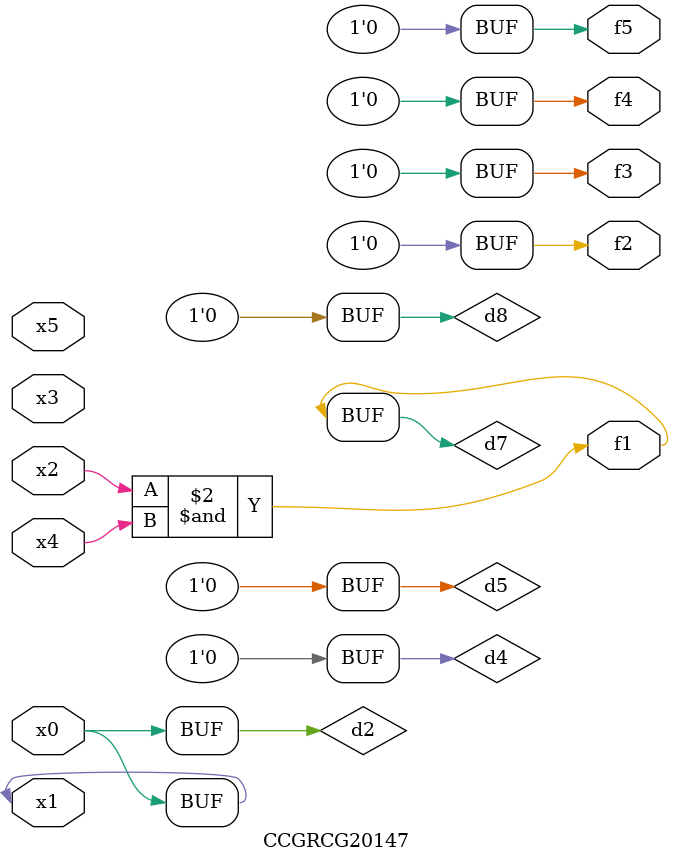
<source format=v>
module CCGRCG20147(
	input x0, x1, x2, x3, x4, x5,
	output f1, f2, f3, f4, f5
);

	wire d1, d2, d3, d4, d5, d6, d7, d8, d9;

	nand (d1, x1);
	buf (d2, x0, x1);
	nand (d3, x2, x4);
	and (d4, d1, d2);
	and (d5, d1, d2);
	nand (d6, d1, d3);
	not (d7, d3);
	xor (d8, d5);
	nor (d9, d5, d6);
	assign f1 = d7;
	assign f2 = d8;
	assign f3 = d8;
	assign f4 = d8;
	assign f5 = d8;
endmodule

</source>
